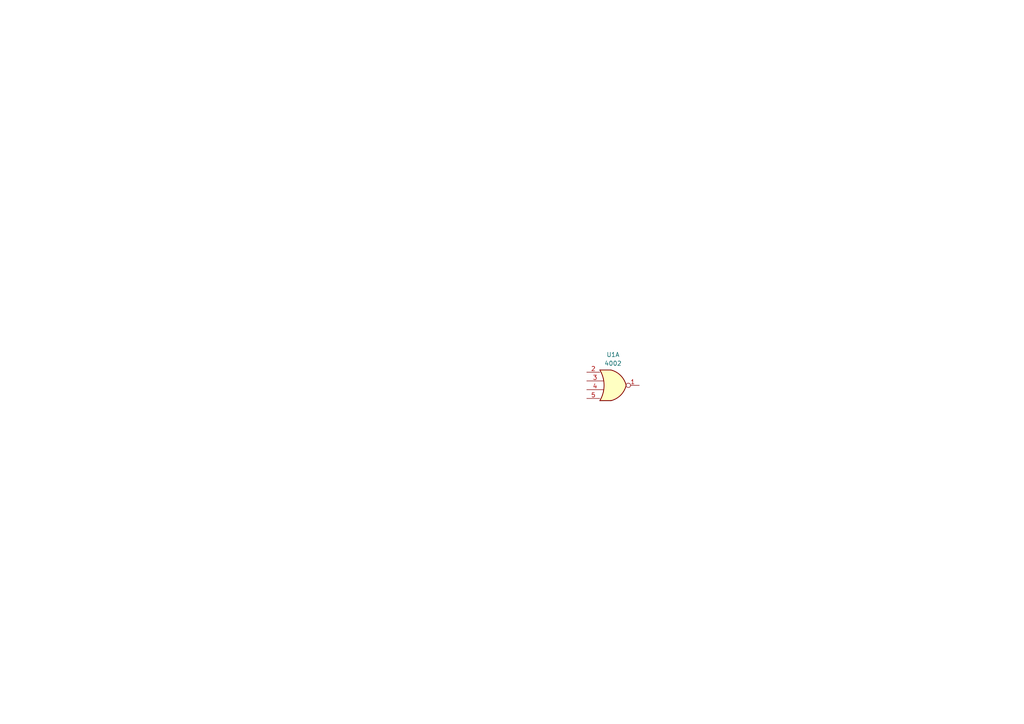
<source format=kicad_sch>
(kicad_sch (version 20250114) (generator "eeschema") (generator_version "9.0")
  (paper "A4")
  (lib_symbols
    (symbol "4xxx:4002" (pin_names (offset 1.016))
      (property "Reference" "U" (at 0 1.27 0))
      (property "Value" "4002" (at 0 -1.27 0))
      (symbol "4002_1_1"
        (arc (start -3.81 4.445) (mid -2.5908 0) (end -3.81 -4.445) (stroke (width 0.254)))
        (polyline (pts (xy -3.81 4.445) (xy -0.635 4.445)) (stroke (width 0.254)) (fill (type background)))
        (polyline (pts (xy -3.81 -4.445) (xy -0.635 -4.445)) (stroke (width 0.254)) (fill (type background)))
        (arc (start -0.6096 4.445) (mid 2.2198 2.8385) (end 3.81 0) (stroke (width 0.254)) (fill (type background)))
        (arc (start 3.81 0) (mid 2.224 -2.8428) (end -0.6096 -4.445) (stroke (width 0.254)) (fill (type background)))
        (polyline (pts (xy -0.635 4.445) (xy -3.81 4.445) (xy -3.81 4.445) (xy -3.6322 4.0894) (xy -3.0988 2.921) (xy -2.7686 1.6764) (xy -2.6162 0.4318) (xy -2.6416 -0.8636) (xy -2.8702 -2.1082) (xy -3.2512 -3.3274) (xy -3.81 -4.445) (xy -3.81 -4.445) (xy -0.635 -4.445)) (stroke (width -25.4)) (fill (type background)))
        (pin input line (at -7.62 3.81 0) (length 3.81) (name "~") (number "2"))
        (pin input line (at -7.62 1.27 0) (length 4.826) (name "~") (number "3"))
        (pin input line (at -7.62 -1.27 0) (length 4.826) (name "~") (number "4"))
        (pin input line (at -7.62 -3.81 0) (length 3.81) (name "~") (number "5"))
        (pin output inverted (at 7.62 0 180) (length 3.81) (name "~") (number "1"))
      )
      (symbol "4002_1_2"
        (arc (start -0.635 4.445) (mid 3.7907 0) (end -0.635 -4.445) (stroke (width 0.254)) (fill (type background)))
        (polyline (pts (xy -0.635 4.445) (xy -3.81 4.445) (xy -3.81 -4.445) (xy -0.635 -4.445)) (stroke (width 0.254)) (fill (type background)))
        (pin input inverted (at -7.62 3.81 0) (length 3.81) (name "~") (number "2"))
        (pin input inverted (at -7.62 1.27 0) (length 3.81) (name "~") (number "3"))
        (pin input inverted (at -7.62 -1.27 0) (length 3.81) (name "~") (number "4"))
        (pin input inverted (at -7.62 -3.81 0) (length 3.81) (name "~") (number "5"))
        (pin output line (at 7.62 0 180) (length 3.81) (name "~") (number "1"))
      )
      (symbol "4002_2_1"
        (arc (start -3.81 4.445) (mid -2.5908 0) (end -3.81 -4.445) (stroke (width 0.254)))
        (polyline (pts (xy -3.81 4.445) (xy -0.635 4.445)) (stroke (width 0.254)) (fill (type background)))
        (polyline (pts (xy -3.81 -4.445) (xy -0.635 -4.445)) (stroke (width 0.254)) (fill (type background)))
        (arc (start -0.6096 4.445) (mid 2.2198 2.8385) (end 3.81 0) (stroke (width 0.254)) (fill (type background)))
        (arc (start 3.81 0) (mid 2.224 -2.8428) (end -0.6096 -4.445) (stroke (width 0.254)) (fill (type background)))
        (polyline (pts (xy -0.635 4.445) (xy -3.81 4.445) (xy -3.81 4.445) (xy -3.6322 4.0894) (xy -3.0988 2.921) (xy -2.7686 1.6764) (xy -2.6162 0.4318) (xy -2.6416 -0.8636) (xy -2.8702 -2.1082) (xy -3.2512 -3.3274) (xy -3.81 -4.445) (xy -3.81 -4.445) (xy -0.635 -4.445)) (stroke (width -25.4)) (fill (type background)))
        (pin input line (at -7.62 3.81 0) (length 3.81) (name "~") (number "9"))
        (pin input line (at -7.62 1.27 0) (length 4.826) (name "~") (number "10"))
        (pin input line (at -7.62 -1.27 0) (length 4.826) (name "~") (number "11"))
        (pin input line (at -7.62 -3.81 0) (length 3.81) (name "~") (number "12"))
        (pin output inverted (at 7.62 0 180) (length 3.81) (name "~") (number "13"))
      )
      (symbol "4002_2_2"
        (arc (start -0.635 4.445) (mid 3.7907 0) (end -0.635 -4.445) (stroke (width 0.254)) (fill (type background)))
        (polyline (pts (xy -0.635 4.445) (xy -3.81 4.445) (xy -3.81 -4.445) (xy -0.635 -4.445)) (stroke (width 0.254)) (fill (type background)))
        (pin input inverted (at -7.62 3.81 0) (length 3.81) (name "~") (number "9"))
        (pin input inverted (at -7.62 1.27 0) (length 3.81) (name "~") (number "10"))
        (pin input inverted (at -7.62 -1.27 0) (length 3.81) (name "~") (number "11"))
        (pin input inverted (at -7.62 -3.81 0) (length 3.81) (name "~") (number "12"))
        (pin output line (at 7.62 0 180) (length 3.81) (name "~") (number "13"))
      )
      (symbol "4002_3_0"
        (pin power_in line (at 0 12.7 270) (length 5.08) (name "VDD") (number "14"))
        (pin power_in line (at 0 -12.7 90) (length 5.08) (name "VSS") (number "7"))
      )
      (symbol "4002_3_1"
        (rectangle (start -5.08 7.62) (end 5.08 -7.62) (stroke (width 0.254)) (fill (type background)))
      )
    )
  )
  (symbol (lib_id "4xxx:4002") (at 177.8 111.76 0) (unit 1)
    (property "Reference" "U1" (at 177.8 102.87 0))
    (property "Value" "4002" (at 177.8 105.41 0))
    (property "Datasheet" "http://www.intersil.com/content/dam/Intersil/documents/cd40/cd4000bms-01bms-02bms-25bms.pdf" (effects (hide yes)))
    (property "Description" "Dual  4 input NOR gate" (effects (hide yes)))
  )
)
</source>
